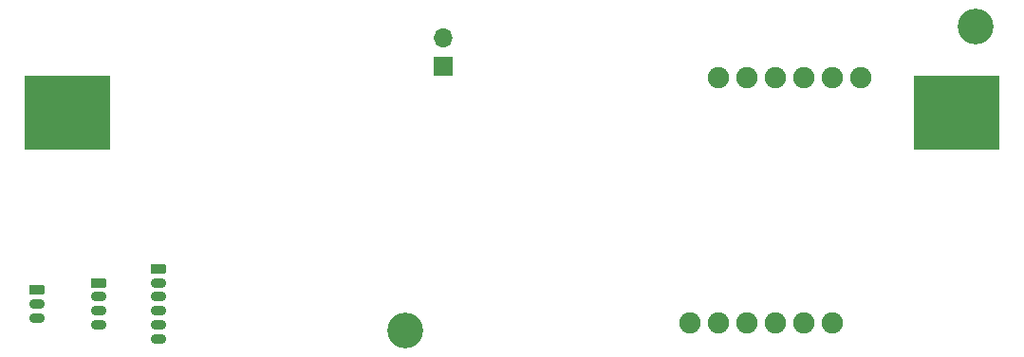
<source format=gbr>
%TF.GenerationSoftware,KiCad,Pcbnew,8.0.0*%
%TF.CreationDate,2024-08-30T23:23:32+02:00*%
%TF.ProjectId,LoRa_Node,4c6f5261-5f4e-46f6-9465-2e6b69636164,rev?*%
%TF.SameCoordinates,Original*%
%TF.FileFunction,Soldermask,Bot*%
%TF.FilePolarity,Negative*%
%FSLAX46Y46*%
G04 Gerber Fmt 4.6, Leading zero omitted, Abs format (unit mm)*
G04 Created by KiCad (PCBNEW 8.0.0) date 2024-08-30 23:23:32*
%MOMM*%
%LPD*%
G01*
G04 APERTURE LIST*
G04 Aperture macros list*
%AMRoundRect*
0 Rectangle with rounded corners*
0 $1 Rounding radius*
0 $2 $3 $4 $5 $6 $7 $8 $9 X,Y pos of 4 corners*
0 Add a 4 corners polygon primitive as box body*
4,1,4,$2,$3,$4,$5,$6,$7,$8,$9,$2,$3,0*
0 Add four circle primitives for the rounded corners*
1,1,$1+$1,$2,$3*
1,1,$1+$1,$4,$5*
1,1,$1+$1,$6,$7*
1,1,$1+$1,$8,$9*
0 Add four rect primitives between the rounded corners*
20,1,$1+$1,$2,$3,$4,$5,0*
20,1,$1+$1,$4,$5,$6,$7,0*
20,1,$1+$1,$6,$7,$8,$9,0*
20,1,$1+$1,$8,$9,$2,$3,0*%
G04 Aperture macros list end*
%ADD10RoundRect,0.225000X-0.475000X0.225000X-0.475000X-0.225000X0.475000X-0.225000X0.475000X0.225000X0*%
%ADD11O,1.400000X0.900000*%
%ADD12C,3.200000*%
%ADD13C,1.900000*%
%ADD14R,1.700000X1.700000*%
%ADD15O,1.700000X1.700000*%
%ADD16RoundRect,0.102000X3.730000X3.235000X-3.730000X3.235000X-3.730000X-3.235000X3.730000X-3.235000X0*%
G04 APERTURE END LIST*
D10*
%TO.C,J1*%
X113900000Y-92225000D03*
D11*
X113900000Y-93475000D03*
X113900000Y-94725000D03*
X113900000Y-95975000D03*
%TD*%
D12*
%TO.C,H1*%
X141228680Y-96500000D03*
%TD*%
D13*
%TO.C,U4*%
X181870000Y-73905000D03*
X179330000Y-73905000D03*
X176790000Y-73905000D03*
X174250000Y-73905000D03*
X171710000Y-73905000D03*
X169170000Y-73905000D03*
X166630000Y-95775000D03*
X169170000Y-95775000D03*
X171710000Y-95775000D03*
X174250000Y-95775000D03*
X176790000Y-95775000D03*
X179330000Y-95775000D03*
%TD*%
D11*
%TO.C,J6*%
X119250000Y-97225000D03*
X119250000Y-95975000D03*
X119250000Y-94725000D03*
X119250000Y-93475000D03*
X119250000Y-92225000D03*
D10*
X119250000Y-90975000D03*
%TD*%
%TO.C,J7*%
X108400000Y-92850000D03*
D11*
X108400000Y-94100000D03*
X108400000Y-95350000D03*
%TD*%
D14*
%TO.C,J2*%
X144650000Y-72846319D03*
D15*
X144650000Y-70306319D03*
%TD*%
D12*
%TO.C,H2*%
X192150000Y-69300000D03*
%TD*%
D16*
%TO.C,BT1*%
X190462888Y-77000000D03*
X111122888Y-77000000D03*
%TD*%
M02*

</source>
